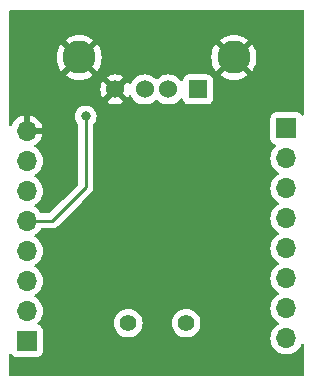
<source format=gbr>
%TF.GenerationSoftware,KiCad,Pcbnew,7.0.7*%
%TF.CreationDate,2024-04-10T23:56:20-07:00*%
%TF.ProjectId,USBTTL,55534254-544c-42e6-9b69-6361645f7063,rev?*%
%TF.SameCoordinates,Original*%
%TF.FileFunction,Copper,L2,Bot*%
%TF.FilePolarity,Positive*%
%FSLAX46Y46*%
G04 Gerber Fmt 4.6, Leading zero omitted, Abs format (unit mm)*
G04 Created by KiCad (PCBNEW 7.0.7) date 2024-04-10 23:56:20*
%MOMM*%
%LPD*%
G01*
G04 APERTURE LIST*
%TA.AperFunction,ComponentPad*%
%ADD10C,1.400000*%
%TD*%
%TA.AperFunction,ComponentPad*%
%ADD11R,1.700000X1.700000*%
%TD*%
%TA.AperFunction,ComponentPad*%
%ADD12O,1.700000X1.700000*%
%TD*%
%TA.AperFunction,ComponentPad*%
%ADD13R,1.524000X1.524000*%
%TD*%
%TA.AperFunction,ComponentPad*%
%ADD14C,1.524000*%
%TD*%
%TA.AperFunction,ComponentPad*%
%ADD15C,2.800000*%
%TD*%
%TA.AperFunction,ViaPad*%
%ADD16C,0.800000*%
%TD*%
%TA.AperFunction,Conductor*%
%ADD17C,0.250000*%
%TD*%
G04 APERTURE END LIST*
D10*
%TO.P,Y1,1,1*%
%TO.N,/Xi*%
X72500000Y-59500000D03*
%TO.P,Y1,2,2*%
%TO.N,/Xo*%
X67600000Y-59500000D03*
%TD*%
D11*
%TO.P,J1,1,Pin_1*%
%TO.N,/Xo*%
X59000000Y-61000000D03*
D12*
%TO.P,J1,2,Pin_2*%
%TO.N,/Xi*%
X59000000Y-58460000D03*
%TO.P,J1,3,Pin_3*%
%TO.N,/D-*%
X59000000Y-55920000D03*
%TO.P,J1,4,Pin_4*%
%TO.N,/D+*%
X59000000Y-53380000D03*
%TO.P,J1,5,Pin_5*%
%TO.N,/V3*%
X59000000Y-50840000D03*
%TO.P,J1,6,Pin_6*%
%TO.N,/Rx*%
X59000000Y-48300000D03*
%TO.P,J1,7,Pin_7*%
%TO.N,/Tx*%
X59000000Y-45760000D03*
%TO.P,J1,8,Pin_8*%
%TO.N,GND*%
X59000000Y-43220000D03*
%TD*%
D11*
%TO.P,J2,1,Pin_1*%
%TO.N,/VCC*%
X81000000Y-43000000D03*
D12*
%TO.P,J2,2,Pin_2*%
%TO.N,/R232*%
X81000000Y-45540000D03*
%TO.P,J2,3,Pin_3*%
%TO.N,/RTS*%
X81000000Y-48080000D03*
%TO.P,J2,4,Pin_4*%
%TO.N,/DTR*%
X81000000Y-50620000D03*
%TO.P,J2,5,Pin_5*%
%TO.N,/DCD*%
X81000000Y-53160000D03*
%TO.P,J2,6,Pin_6*%
%TO.N,/RI*%
X81000000Y-55700000D03*
%TO.P,J2,7,Pin_7*%
%TO.N,/DSR*%
X81000000Y-58240000D03*
%TO.P,J2,8,Pin_8*%
%TO.N,/CTS*%
X81000000Y-60780000D03*
%TD*%
D13*
%TO.P,USB1,1,VCC*%
%TO.N,/VCC*%
X73500000Y-39715000D03*
D14*
%TO.P,USB1,2,D-*%
%TO.N,/Data-*%
X71000000Y-39715000D03*
%TO.P,USB1,3,D+*%
%TO.N,/Data+*%
X69000000Y-39715000D03*
%TO.P,USB1,4,GND*%
%TO.N,GND*%
X66500000Y-39715000D03*
D15*
%TO.P,USB1,5,Shield*%
X63450000Y-37005000D03*
%TO.P,USB1,6,Shield*%
X76550000Y-37005000D03*
%TD*%
D16*
%TO.N,/V3*%
X64000000Y-42000000D03*
%TO.N,GND*%
X61500000Y-61500000D03*
X66500000Y-44000000D03*
X78500000Y-60500000D03*
%TD*%
D17*
%TO.N,/V3*%
X64000000Y-48000000D02*
X64000000Y-42000000D01*
X62500000Y-49500000D02*
X64000000Y-48000000D01*
X59000000Y-50840000D02*
X61160000Y-50840000D01*
X61160000Y-50840000D02*
X62500000Y-49500000D01*
%TD*%
%TA.AperFunction,Conductor*%
%TO.N,GND*%
G36*
X82443039Y-33019685D02*
G01*
X82488794Y-33072489D01*
X82500000Y-33124000D01*
X82500000Y-41797216D01*
X82480315Y-41864255D01*
X82427511Y-41910010D01*
X82358353Y-41919954D01*
X82294797Y-41890929D01*
X82276734Y-41871527D01*
X82213262Y-41786741D01*
X82213263Y-41786741D01*
X82213261Y-41786739D01*
X82096204Y-41699111D01*
X81959203Y-41648011D01*
X81898654Y-41641500D01*
X81898638Y-41641500D01*
X80101362Y-41641500D01*
X80101345Y-41641500D01*
X80040797Y-41648011D01*
X80040795Y-41648011D01*
X79903795Y-41699111D01*
X79786739Y-41786739D01*
X79699111Y-41903795D01*
X79648011Y-42040795D01*
X79648011Y-42040797D01*
X79641500Y-42101345D01*
X79641500Y-43898654D01*
X79648011Y-43959202D01*
X79648011Y-43959204D01*
X79693670Y-44081617D01*
X79699111Y-44096204D01*
X79786739Y-44213261D01*
X79903796Y-44300889D01*
X79955737Y-44320262D01*
X80021595Y-44344827D01*
X80077528Y-44386699D01*
X80101944Y-44452163D01*
X80087092Y-44520436D01*
X80069490Y-44544991D01*
X79924279Y-44702730D01*
X79924276Y-44702734D01*
X79801140Y-44891207D01*
X79710703Y-45097385D01*
X79655436Y-45315628D01*
X79655434Y-45315640D01*
X79636844Y-45539994D01*
X79636844Y-45540005D01*
X79655434Y-45764359D01*
X79655436Y-45764371D01*
X79710703Y-45982614D01*
X79801140Y-46188792D01*
X79924276Y-46377265D01*
X79924284Y-46377276D01*
X80076756Y-46542902D01*
X80076760Y-46542906D01*
X80254424Y-46681189D01*
X80254429Y-46681191D01*
X80254431Y-46681193D01*
X80290930Y-46700946D01*
X80340520Y-46750165D01*
X80355628Y-46818382D01*
X80331457Y-46883937D01*
X80290930Y-46919054D01*
X80254431Y-46938806D01*
X80254422Y-46938812D01*
X80076761Y-47077092D01*
X80076756Y-47077097D01*
X79924284Y-47242723D01*
X79924276Y-47242734D01*
X79801140Y-47431207D01*
X79710703Y-47637385D01*
X79655436Y-47855628D01*
X79655434Y-47855640D01*
X79636844Y-48079994D01*
X79636844Y-48080005D01*
X79655434Y-48304359D01*
X79655436Y-48304371D01*
X79710703Y-48522614D01*
X79801140Y-48728792D01*
X79924276Y-48917265D01*
X79924284Y-48917276D01*
X80050191Y-49054045D01*
X80076760Y-49082906D01*
X80254424Y-49221189D01*
X80254429Y-49221191D01*
X80254431Y-49221193D01*
X80290930Y-49240946D01*
X80340520Y-49290165D01*
X80355628Y-49358382D01*
X80331457Y-49423937D01*
X80290930Y-49459054D01*
X80254431Y-49478806D01*
X80254422Y-49478812D01*
X80076761Y-49617092D01*
X80076756Y-49617097D01*
X79924284Y-49782723D01*
X79924276Y-49782734D01*
X79801140Y-49971207D01*
X79710703Y-50177385D01*
X79655436Y-50395628D01*
X79655434Y-50395640D01*
X79636844Y-50619994D01*
X79636844Y-50620005D01*
X79655434Y-50844359D01*
X79655436Y-50844371D01*
X79710703Y-51062614D01*
X79801140Y-51268792D01*
X79924276Y-51457265D01*
X79924284Y-51457276D01*
X80076756Y-51622902D01*
X80076760Y-51622906D01*
X80254424Y-51761189D01*
X80254429Y-51761191D01*
X80254431Y-51761193D01*
X80290930Y-51780946D01*
X80340520Y-51830165D01*
X80355628Y-51898382D01*
X80331457Y-51963937D01*
X80290930Y-51999054D01*
X80254431Y-52018806D01*
X80254422Y-52018812D01*
X80076761Y-52157092D01*
X80076756Y-52157097D01*
X79924284Y-52322723D01*
X79924276Y-52322734D01*
X79801140Y-52511207D01*
X79710703Y-52717385D01*
X79655436Y-52935628D01*
X79655434Y-52935640D01*
X79636844Y-53159994D01*
X79636844Y-53160005D01*
X79655434Y-53384359D01*
X79655436Y-53384371D01*
X79710703Y-53602614D01*
X79801140Y-53808792D01*
X79924276Y-53997265D01*
X79924284Y-53997276D01*
X80076756Y-54162902D01*
X80076760Y-54162906D01*
X80254424Y-54301189D01*
X80254429Y-54301191D01*
X80254431Y-54301193D01*
X80290930Y-54320946D01*
X80340520Y-54370165D01*
X80355628Y-54438382D01*
X80331457Y-54503937D01*
X80290930Y-54539054D01*
X80254431Y-54558806D01*
X80254422Y-54558812D01*
X80076761Y-54697092D01*
X80076756Y-54697097D01*
X79924284Y-54862723D01*
X79924276Y-54862734D01*
X79801140Y-55051207D01*
X79710703Y-55257385D01*
X79655436Y-55475628D01*
X79655434Y-55475640D01*
X79636844Y-55699994D01*
X79636844Y-55700005D01*
X79655434Y-55924359D01*
X79655436Y-55924371D01*
X79710703Y-56142614D01*
X79801140Y-56348792D01*
X79924276Y-56537265D01*
X79924284Y-56537276D01*
X80076756Y-56702902D01*
X80076760Y-56702906D01*
X80254424Y-56841189D01*
X80254429Y-56841191D01*
X80254431Y-56841193D01*
X80290930Y-56860946D01*
X80340520Y-56910165D01*
X80355628Y-56978382D01*
X80331457Y-57043937D01*
X80290930Y-57079054D01*
X80254431Y-57098806D01*
X80254422Y-57098812D01*
X80076761Y-57237092D01*
X80076756Y-57237097D01*
X79924284Y-57402723D01*
X79924276Y-57402734D01*
X79801140Y-57591207D01*
X79710703Y-57797385D01*
X79655436Y-58015628D01*
X79655434Y-58015640D01*
X79636844Y-58239994D01*
X79636844Y-58240005D01*
X79655434Y-58464359D01*
X79655436Y-58464371D01*
X79710703Y-58682614D01*
X79801140Y-58888792D01*
X79924276Y-59077265D01*
X79924284Y-59077276D01*
X80076756Y-59242902D01*
X80076760Y-59242906D01*
X80254424Y-59381189D01*
X80254429Y-59381191D01*
X80254431Y-59381193D01*
X80290930Y-59400946D01*
X80340520Y-59450165D01*
X80355628Y-59518382D01*
X80331457Y-59583937D01*
X80290930Y-59619054D01*
X80254431Y-59638806D01*
X80254422Y-59638812D01*
X80076761Y-59777092D01*
X80076756Y-59777097D01*
X79924284Y-59942723D01*
X79924276Y-59942734D01*
X79801140Y-60131207D01*
X79710703Y-60337385D01*
X79655436Y-60555628D01*
X79655434Y-60555640D01*
X79636844Y-60779994D01*
X79636844Y-60780005D01*
X79655434Y-61004359D01*
X79655436Y-61004371D01*
X79710703Y-61222614D01*
X79801140Y-61428792D01*
X79924276Y-61617265D01*
X79924284Y-61617276D01*
X80076756Y-61782902D01*
X80076760Y-61782906D01*
X80254424Y-61921189D01*
X80254425Y-61921189D01*
X80254427Y-61921191D01*
X80381135Y-61989761D01*
X80452426Y-62028342D01*
X80665365Y-62101444D01*
X80887431Y-62138500D01*
X81112569Y-62138500D01*
X81334635Y-62101444D01*
X81547574Y-62028342D01*
X81745576Y-61921189D01*
X81923240Y-61782906D01*
X82075722Y-61617268D01*
X82198860Y-61428791D01*
X82262443Y-61283833D01*
X82307399Y-61230346D01*
X82374135Y-61209656D01*
X82441463Y-61228330D01*
X82488007Y-61280440D01*
X82500000Y-61333642D01*
X82500000Y-63876000D01*
X82480315Y-63943039D01*
X82427511Y-63988794D01*
X82376000Y-64000000D01*
X57624000Y-64000000D01*
X57556961Y-63980315D01*
X57511206Y-63927511D01*
X57500000Y-63876000D01*
X57500000Y-62202783D01*
X57519685Y-62135744D01*
X57572489Y-62089989D01*
X57641647Y-62080045D01*
X57705203Y-62109070D01*
X57723264Y-62128469D01*
X57786739Y-62213261D01*
X57903796Y-62300889D01*
X58040799Y-62351989D01*
X58068050Y-62354918D01*
X58101345Y-62358499D01*
X58101362Y-62358500D01*
X59898638Y-62358500D01*
X59898654Y-62358499D01*
X59925692Y-62355591D01*
X59959201Y-62351989D01*
X60096204Y-62300889D01*
X60213261Y-62213261D01*
X60300889Y-62096204D01*
X60351989Y-61959201D01*
X60356076Y-61921187D01*
X60358499Y-61898654D01*
X60358500Y-61898637D01*
X60358500Y-60101362D01*
X60358499Y-60101345D01*
X60355157Y-60070270D01*
X60351989Y-60040799D01*
X60300889Y-59903796D01*
X60213261Y-59786739D01*
X60096204Y-59699111D01*
X60096204Y-59699110D01*
X59978404Y-59655172D01*
X59922471Y-59613300D01*
X59898055Y-59547835D01*
X59908461Y-59500001D01*
X66386884Y-59500001D01*
X66405313Y-59710649D01*
X66405315Y-59710660D01*
X66460041Y-59914902D01*
X66460043Y-59914906D01*
X66460044Y-59914910D01*
X66473018Y-59942732D01*
X66549410Y-60106556D01*
X66549411Y-60106558D01*
X66670700Y-60279778D01*
X66820221Y-60429299D01*
X66820224Y-60429301D01*
X66993442Y-60550589D01*
X67185090Y-60639956D01*
X67389345Y-60694686D01*
X67539812Y-60707850D01*
X67599998Y-60713116D01*
X67600000Y-60713116D01*
X67600002Y-60713116D01*
X67652663Y-60708508D01*
X67810655Y-60694686D01*
X68014910Y-60639956D01*
X68206558Y-60550589D01*
X68379776Y-60429301D01*
X68529301Y-60279776D01*
X68650589Y-60106558D01*
X68739956Y-59914910D01*
X68794686Y-59710655D01*
X68813116Y-59500001D01*
X71286884Y-59500001D01*
X71305313Y-59710649D01*
X71305315Y-59710660D01*
X71360041Y-59914902D01*
X71360043Y-59914906D01*
X71360044Y-59914910D01*
X71373018Y-59942732D01*
X71449410Y-60106556D01*
X71449411Y-60106558D01*
X71570700Y-60279778D01*
X71720221Y-60429299D01*
X71720224Y-60429301D01*
X71893442Y-60550589D01*
X72085090Y-60639956D01*
X72289345Y-60694686D01*
X72439812Y-60707850D01*
X72499998Y-60713116D01*
X72500000Y-60713116D01*
X72500002Y-60713116D01*
X72552663Y-60708508D01*
X72710655Y-60694686D01*
X72914910Y-60639956D01*
X73106558Y-60550589D01*
X73279776Y-60429301D01*
X73429301Y-60279776D01*
X73550589Y-60106558D01*
X73639956Y-59914910D01*
X73694686Y-59710655D01*
X73713116Y-59500000D01*
X73694686Y-59289345D01*
X73639956Y-59085090D01*
X73550589Y-58893442D01*
X73429301Y-58720224D01*
X73429299Y-58720221D01*
X73279778Y-58570700D01*
X73106558Y-58449411D01*
X73106556Y-58449410D01*
X73085071Y-58439391D01*
X72914910Y-58360044D01*
X72914906Y-58360043D01*
X72914902Y-58360041D01*
X72710660Y-58305315D01*
X72710656Y-58305314D01*
X72710655Y-58305314D01*
X72710654Y-58305313D01*
X72710649Y-58305313D01*
X72500002Y-58286884D01*
X72499998Y-58286884D01*
X72289350Y-58305313D01*
X72289339Y-58305315D01*
X72085097Y-58360041D01*
X72085088Y-58360045D01*
X71893443Y-58449410D01*
X71893441Y-58449411D01*
X71720221Y-58570700D01*
X71570700Y-58720221D01*
X71449411Y-58893441D01*
X71449410Y-58893443D01*
X71416587Y-58963833D01*
X71363692Y-59077268D01*
X71360045Y-59085088D01*
X71360041Y-59085097D01*
X71305315Y-59289339D01*
X71305313Y-59289350D01*
X71286884Y-59499998D01*
X71286884Y-59500001D01*
X68813116Y-59500001D01*
X68813116Y-59500000D01*
X68794686Y-59289345D01*
X68739956Y-59085090D01*
X68650589Y-58893442D01*
X68529301Y-58720224D01*
X68529299Y-58720221D01*
X68379778Y-58570700D01*
X68206558Y-58449411D01*
X68206556Y-58449410D01*
X68185071Y-58439391D01*
X68014910Y-58360044D01*
X68014906Y-58360043D01*
X68014902Y-58360041D01*
X67810660Y-58305315D01*
X67810656Y-58305314D01*
X67810655Y-58305314D01*
X67810654Y-58305313D01*
X67810649Y-58305313D01*
X67600002Y-58286884D01*
X67599998Y-58286884D01*
X67389350Y-58305313D01*
X67389339Y-58305315D01*
X67185097Y-58360041D01*
X67185088Y-58360045D01*
X66993443Y-58449410D01*
X66993441Y-58449411D01*
X66820221Y-58570700D01*
X66670700Y-58720221D01*
X66549411Y-58893441D01*
X66549410Y-58893443D01*
X66516587Y-58963833D01*
X66463692Y-59077268D01*
X66460045Y-59085088D01*
X66460041Y-59085097D01*
X66405315Y-59289339D01*
X66405313Y-59289350D01*
X66386884Y-59499998D01*
X66386884Y-59500001D01*
X59908461Y-59500001D01*
X59912908Y-59479562D01*
X59930504Y-59455014D01*
X60075722Y-59297268D01*
X60198860Y-59108791D01*
X60289296Y-58902616D01*
X60344564Y-58684368D01*
X60344709Y-58682616D01*
X60363156Y-58460005D01*
X60363156Y-58459994D01*
X60344565Y-58235640D01*
X60344563Y-58235628D01*
X60341876Y-58225018D01*
X60289296Y-58017384D01*
X60198860Y-57811209D01*
X60189828Y-57797385D01*
X60075723Y-57622734D01*
X60075715Y-57622723D01*
X59923243Y-57457097D01*
X59923238Y-57457092D01*
X59745577Y-57318812D01*
X59745578Y-57318812D01*
X59745576Y-57318811D01*
X59709070Y-57299055D01*
X59659479Y-57249836D01*
X59644371Y-57181619D01*
X59668541Y-57116064D01*
X59709070Y-57080945D01*
X59712564Y-57079054D01*
X59745576Y-57061189D01*
X59923240Y-56922906D01*
X60075722Y-56757268D01*
X60198860Y-56568791D01*
X60289296Y-56362616D01*
X60344564Y-56144368D01*
X60344709Y-56142616D01*
X60363156Y-55920005D01*
X60363156Y-55919994D01*
X60344565Y-55695640D01*
X60344563Y-55695628D01*
X60341876Y-55685018D01*
X60289296Y-55477384D01*
X60198860Y-55271209D01*
X60189828Y-55257385D01*
X60075723Y-55082734D01*
X60075715Y-55082723D01*
X59923243Y-54917097D01*
X59923238Y-54917092D01*
X59745577Y-54778812D01*
X59745578Y-54778812D01*
X59745576Y-54778811D01*
X59709070Y-54759055D01*
X59659479Y-54709836D01*
X59644371Y-54641619D01*
X59668541Y-54576064D01*
X59709070Y-54540945D01*
X59712564Y-54539054D01*
X59745576Y-54521189D01*
X59923240Y-54382906D01*
X60075722Y-54217268D01*
X60198860Y-54028791D01*
X60289296Y-53822616D01*
X60344564Y-53604368D01*
X60344709Y-53602616D01*
X60363156Y-53380005D01*
X60363156Y-53379994D01*
X60344565Y-53155640D01*
X60344563Y-53155628D01*
X60341876Y-53145018D01*
X60289296Y-52937384D01*
X60198860Y-52731209D01*
X60189828Y-52717385D01*
X60075723Y-52542734D01*
X60075715Y-52542723D01*
X59923243Y-52377097D01*
X59923238Y-52377092D01*
X59745577Y-52238812D01*
X59745578Y-52238812D01*
X59745576Y-52238811D01*
X59709070Y-52219055D01*
X59659479Y-52169836D01*
X59644371Y-52101619D01*
X59668541Y-52036064D01*
X59709070Y-52000945D01*
X59712564Y-51999054D01*
X59745576Y-51981189D01*
X59923240Y-51842906D01*
X60075722Y-51677268D01*
X60129123Y-51595531D01*
X60172148Y-51529678D01*
X60225294Y-51484321D01*
X60275956Y-51473500D01*
X61076366Y-51473500D01*
X61092113Y-51475238D01*
X61092139Y-51474968D01*
X61099905Y-51475701D01*
X61099909Y-51475702D01*
X61169958Y-51473500D01*
X61199856Y-51473500D01*
X61199857Y-51473500D01*
X61201222Y-51473327D01*
X61206862Y-51472614D01*
X61212685Y-51472156D01*
X61238708Y-51471338D01*
X61259890Y-51470673D01*
X61269681Y-51467827D01*
X61279481Y-51464980D01*
X61298538Y-51461032D01*
X61318797Y-51458474D01*
X61362721Y-51441082D01*
X61368221Y-51439199D01*
X61413593Y-51426018D01*
X61431165Y-51415625D01*
X61448632Y-51407068D01*
X61467617Y-51399552D01*
X61505826Y-51371790D01*
X61510704Y-51368585D01*
X61551362Y-51344542D01*
X61565802Y-51330100D01*
X61580592Y-51317470D01*
X61597107Y-51305472D01*
X61627222Y-51269067D01*
X61631126Y-51264776D01*
X62976134Y-49919770D01*
X62976133Y-49919769D01*
X63012440Y-49883464D01*
X63012453Y-49883449D01*
X63674715Y-49221187D01*
X64388814Y-48507088D01*
X64401180Y-48497183D01*
X64401006Y-48496973D01*
X64407012Y-48492003D01*
X64407018Y-48492000D01*
X64454999Y-48440904D01*
X64476134Y-48419770D01*
X64480463Y-48414187D01*
X64484242Y-48409763D01*
X64516586Y-48375321D01*
X64526423Y-48357424D01*
X64537097Y-48341174D01*
X64549613Y-48325041D01*
X64568372Y-48281689D01*
X64570933Y-48276462D01*
X64593695Y-48235060D01*
X64598774Y-48215274D01*
X64605072Y-48196882D01*
X64613181Y-48178145D01*
X64620568Y-48131501D01*
X64621750Y-48125790D01*
X64633500Y-48080030D01*
X64633499Y-48059612D01*
X64635027Y-48040209D01*
X64638218Y-48020062D01*
X64638219Y-48020058D01*
X64633775Y-47973041D01*
X64633500Y-47967204D01*
X64633500Y-42701756D01*
X64653185Y-42634717D01*
X64665346Y-42618788D01*
X64739040Y-42536944D01*
X64834527Y-42371556D01*
X64893542Y-42189928D01*
X64913504Y-42000000D01*
X64893542Y-41810072D01*
X64834527Y-41628444D01*
X64739040Y-41463056D01*
X64611253Y-41321134D01*
X64456752Y-41208882D01*
X64282288Y-41131206D01*
X64282286Y-41131205D01*
X64095487Y-41091500D01*
X63904513Y-41091500D01*
X63717714Y-41131205D01*
X63543246Y-41208883D01*
X63388745Y-41321135D01*
X63260959Y-41463057D01*
X63165473Y-41628443D01*
X63165470Y-41628450D01*
X63110635Y-41797216D01*
X63106458Y-41810072D01*
X63086496Y-42000000D01*
X63106458Y-42189928D01*
X63106459Y-42189931D01*
X63165470Y-42371549D01*
X63165473Y-42371556D01*
X63260960Y-42536944D01*
X63324667Y-42607698D01*
X63334649Y-42618784D01*
X63364879Y-42681775D01*
X63366499Y-42701756D01*
X63366499Y-47686232D01*
X63346814Y-47753271D01*
X63330180Y-47773913D01*
X62050053Y-49054039D01*
X62050049Y-49054045D01*
X60933914Y-50170181D01*
X60872591Y-50203666D01*
X60846233Y-50206500D01*
X60275956Y-50206500D01*
X60208917Y-50186815D01*
X60172148Y-50150322D01*
X60075723Y-50002734D01*
X60075715Y-50002723D01*
X59923243Y-49837097D01*
X59923238Y-49837092D01*
X59745577Y-49698812D01*
X59745578Y-49698812D01*
X59745576Y-49698811D01*
X59709070Y-49679055D01*
X59659479Y-49629836D01*
X59644371Y-49561619D01*
X59668541Y-49496064D01*
X59709070Y-49460945D01*
X59712564Y-49459054D01*
X59745576Y-49441189D01*
X59923240Y-49302906D01*
X60075722Y-49137268D01*
X60198860Y-48948791D01*
X60289296Y-48742616D01*
X60344564Y-48524368D01*
X60344709Y-48522616D01*
X60363156Y-48300005D01*
X60363156Y-48299994D01*
X60344565Y-48075640D01*
X60344563Y-48075628D01*
X60317106Y-47967204D01*
X60289296Y-47857384D01*
X60198860Y-47651209D01*
X60189828Y-47637385D01*
X60075723Y-47462734D01*
X60075715Y-47462723D01*
X59923243Y-47297097D01*
X59923238Y-47297092D01*
X59745577Y-47158812D01*
X59745578Y-47158812D01*
X59745576Y-47158811D01*
X59709070Y-47139055D01*
X59659479Y-47089836D01*
X59644371Y-47021619D01*
X59668541Y-46956064D01*
X59709070Y-46920945D01*
X59712564Y-46919054D01*
X59745576Y-46901189D01*
X59923240Y-46762906D01*
X60075722Y-46597268D01*
X60198860Y-46408791D01*
X60289296Y-46202616D01*
X60344564Y-45984368D01*
X60344709Y-45982616D01*
X60363156Y-45760005D01*
X60363156Y-45759994D01*
X60344565Y-45535640D01*
X60344563Y-45535628D01*
X60341876Y-45525018D01*
X60289296Y-45317384D01*
X60198860Y-45111209D01*
X60189828Y-45097385D01*
X60075723Y-44922734D01*
X60075715Y-44922723D01*
X59923243Y-44757097D01*
X59923238Y-44757092D01*
X59745577Y-44618812D01*
X59745577Y-44618811D01*
X59702303Y-44595393D01*
X59652713Y-44546173D01*
X59637605Y-44477957D01*
X59661775Y-44412401D01*
X59690198Y-44384763D01*
X59871079Y-44258108D01*
X60038105Y-44091082D01*
X60173600Y-43897578D01*
X60273429Y-43683492D01*
X60273432Y-43683486D01*
X60330636Y-43470000D01*
X59613347Y-43470000D01*
X59546308Y-43450315D01*
X59500553Y-43397511D01*
X59490609Y-43328353D01*
X59494369Y-43311067D01*
X59500000Y-43291888D01*
X59500000Y-43148111D01*
X59494369Y-43128933D01*
X59494370Y-43059064D01*
X59532145Y-43000286D01*
X59595701Y-42971262D01*
X59613347Y-42970000D01*
X60330636Y-42970000D01*
X60330635Y-42969999D01*
X60273432Y-42756513D01*
X60273429Y-42756507D01*
X60173600Y-42542422D01*
X60173599Y-42542420D01*
X60038113Y-42348926D01*
X60038108Y-42348920D01*
X59871082Y-42181894D01*
X59677578Y-42046399D01*
X59463492Y-41946570D01*
X59463486Y-41946567D01*
X59249999Y-41889364D01*
X59249999Y-42607698D01*
X59230314Y-42674737D01*
X59177510Y-42720492D01*
X59108353Y-42730436D01*
X59035764Y-42720000D01*
X59035763Y-42720000D01*
X58964237Y-42720000D01*
X58964233Y-42720000D01*
X58891645Y-42730436D01*
X58822487Y-42720492D01*
X58769684Y-42674736D01*
X58750000Y-42607698D01*
X58750000Y-41889364D01*
X58749999Y-41889364D01*
X58536513Y-41946567D01*
X58536507Y-41946570D01*
X58322422Y-42046399D01*
X58322420Y-42046400D01*
X58128926Y-42181886D01*
X58128920Y-42181891D01*
X57961891Y-42348920D01*
X57961886Y-42348926D01*
X57826400Y-42542420D01*
X57826399Y-42542422D01*
X57736382Y-42735465D01*
X57690210Y-42787904D01*
X57623016Y-42807056D01*
X57556135Y-42786840D01*
X57510800Y-42733675D01*
X57500000Y-42683060D01*
X57500000Y-39715000D01*
X65233179Y-39715000D01*
X65252424Y-39934976D01*
X65252426Y-39934986D01*
X65309575Y-40148270D01*
X65309580Y-40148284D01*
X65402899Y-40348407D01*
X65402900Y-40348409D01*
X65448258Y-40413187D01*
X65917697Y-39943748D01*
X65979020Y-39910263D01*
X66048711Y-39915247D01*
X66102325Y-39954116D01*
X66142940Y-40005045D01*
X66183586Y-40056013D01*
X66255526Y-40105061D01*
X66299828Y-40159089D01*
X66307888Y-40228492D01*
X66277145Y-40291235D01*
X66273356Y-40295195D01*
X65801811Y-40766740D01*
X65801811Y-40766741D01*
X65866582Y-40812094D01*
X65866592Y-40812100D01*
X66066715Y-40905419D01*
X66066729Y-40905424D01*
X66280013Y-40962573D01*
X66280023Y-40962575D01*
X66499999Y-40981821D01*
X66500001Y-40981821D01*
X66719976Y-40962575D01*
X66719986Y-40962573D01*
X66933270Y-40905424D01*
X66933284Y-40905419D01*
X67133408Y-40812100D01*
X67133420Y-40812093D01*
X67198186Y-40766742D01*
X67198187Y-40766741D01*
X66729548Y-40298102D01*
X66696063Y-40236779D01*
X66701047Y-40167087D01*
X66742919Y-40111154D01*
X66759750Y-40100933D01*
X66762051Y-40099365D01*
X66762052Y-40099363D01*
X66762054Y-40099363D01*
X66863705Y-40005045D01*
X66885353Y-39967548D01*
X66935918Y-39919334D01*
X67004525Y-39906110D01*
X67069390Y-39932077D01*
X67080421Y-39941868D01*
X67551740Y-40413187D01*
X67551742Y-40413186D01*
X67597093Y-40348420D01*
X67597097Y-40348413D01*
X67632927Y-40271575D01*
X67679099Y-40219135D01*
X67746292Y-40199982D01*
X67813174Y-40220197D01*
X67857692Y-40271572D01*
X67866861Y-40291235D01*
X67895512Y-40352677D01*
X68023023Y-40534781D01*
X68180219Y-40691977D01*
X68362323Y-40819488D01*
X68563804Y-40913440D01*
X68778537Y-40970978D01*
X68936724Y-40984817D01*
X68999998Y-40990353D01*
X69000000Y-40990353D01*
X69000002Y-40990353D01*
X69055483Y-40985499D01*
X69221463Y-40970978D01*
X69436196Y-40913440D01*
X69637677Y-40819488D01*
X69819781Y-40691977D01*
X69912319Y-40599438D01*
X69973642Y-40565954D01*
X70043334Y-40570938D01*
X70087681Y-40599439D01*
X70180219Y-40691977D01*
X70362323Y-40819488D01*
X70563804Y-40913440D01*
X70778537Y-40970978D01*
X70936724Y-40984817D01*
X70999998Y-40990353D01*
X71000000Y-40990353D01*
X71000002Y-40990353D01*
X71055483Y-40985499D01*
X71221463Y-40970978D01*
X71436196Y-40913440D01*
X71637677Y-40819488D01*
X71819781Y-40691977D01*
X71976977Y-40534781D01*
X72007201Y-40491615D01*
X72061775Y-40447993D01*
X72131274Y-40440799D01*
X72193629Y-40472321D01*
X72229043Y-40532551D01*
X72232063Y-40549484D01*
X72236011Y-40586202D01*
X72236011Y-40586204D01*
X72275462Y-40691972D01*
X72287111Y-40723204D01*
X72374739Y-40840261D01*
X72491796Y-40927889D01*
X72628799Y-40978989D01*
X72655141Y-40981821D01*
X72689345Y-40985499D01*
X72689362Y-40985500D01*
X74310638Y-40985500D01*
X74310654Y-40985499D01*
X74337692Y-40982591D01*
X74371201Y-40978989D01*
X74508204Y-40927889D01*
X74625261Y-40840261D01*
X74712889Y-40723204D01*
X74763989Y-40586201D01*
X74769517Y-40534783D01*
X74770499Y-40525654D01*
X74770500Y-40525637D01*
X74770500Y-38904362D01*
X74770499Y-38904345D01*
X74767157Y-38873270D01*
X74763989Y-38843799D01*
X74759051Y-38830561D01*
X74741522Y-38783564D01*
X74712889Y-38706796D01*
X74625261Y-38589739D01*
X74508204Y-38502111D01*
X74371203Y-38451011D01*
X74310654Y-38444500D01*
X74310638Y-38444500D01*
X72689362Y-38444500D01*
X72689345Y-38444500D01*
X72628797Y-38451011D01*
X72628795Y-38451011D01*
X72491795Y-38502111D01*
X72374739Y-38589739D01*
X72287111Y-38706795D01*
X72236011Y-38843795D01*
X72236011Y-38843797D01*
X72232063Y-38880514D01*
X72205324Y-38945065D01*
X72147931Y-38984912D01*
X72078106Y-38987405D01*
X72018018Y-38951751D01*
X72007199Y-38938380D01*
X71976978Y-38895220D01*
X71912318Y-38830560D01*
X71819781Y-38738023D01*
X71679677Y-38639921D01*
X71637676Y-38610511D01*
X71536936Y-38563536D01*
X71436196Y-38516560D01*
X71436193Y-38516559D01*
X71436191Y-38516558D01*
X71221465Y-38459022D01*
X71221457Y-38459021D01*
X71000002Y-38439647D01*
X70999998Y-38439647D01*
X70778542Y-38459021D01*
X70778535Y-38459022D01*
X70563800Y-38516561D01*
X70362323Y-38610512D01*
X70362319Y-38610514D01*
X70180220Y-38738021D01*
X70087680Y-38830561D01*
X70026356Y-38864045D01*
X69956665Y-38859061D01*
X69912318Y-38830560D01*
X69819785Y-38738027D01*
X69819781Y-38738023D01*
X69674097Y-38636014D01*
X69637676Y-38610511D01*
X69536936Y-38563536D01*
X69436196Y-38516560D01*
X69436193Y-38516559D01*
X69436191Y-38516558D01*
X69221465Y-38459022D01*
X69221457Y-38459021D01*
X69000002Y-38439647D01*
X68999998Y-38439647D01*
X68778542Y-38459021D01*
X68778535Y-38459022D01*
X68563800Y-38516561D01*
X68362323Y-38610512D01*
X68362319Y-38610514D01*
X68180217Y-38738023D01*
X68023023Y-38895217D01*
X67895514Y-39077319D01*
X67895509Y-39077329D01*
X67857691Y-39158428D01*
X67811518Y-39210867D01*
X67744325Y-39230018D01*
X67677444Y-39209801D01*
X67632928Y-39158426D01*
X67597100Y-39081593D01*
X67597099Y-39081591D01*
X67551740Y-39016811D01*
X67082301Y-39486250D01*
X67020978Y-39519735D01*
X66951286Y-39514751D01*
X66897673Y-39475882D01*
X66857064Y-39424961D01*
X66816414Y-39373987D01*
X66744469Y-39324936D01*
X66700169Y-39270909D01*
X66692110Y-39201505D01*
X66722853Y-39138763D01*
X66726642Y-39134803D01*
X67198187Y-38663258D01*
X67133409Y-38617900D01*
X67133407Y-38617899D01*
X66933284Y-38524580D01*
X66933270Y-38524575D01*
X66719986Y-38467426D01*
X66719976Y-38467424D01*
X66500001Y-38448179D01*
X66499999Y-38448179D01*
X66280023Y-38467424D01*
X66280013Y-38467426D01*
X66066729Y-38524575D01*
X66066720Y-38524579D01*
X65866586Y-38617903D01*
X65801812Y-38663257D01*
X65801812Y-38663258D01*
X66270451Y-39131897D01*
X66303936Y-39193220D01*
X66298952Y-39262912D01*
X66257080Y-39318845D01*
X66240254Y-39329063D01*
X66237948Y-39330634D01*
X66136295Y-39424955D01*
X66136290Y-39424961D01*
X66114645Y-39462451D01*
X66064078Y-39510666D01*
X65995471Y-39523888D01*
X65930606Y-39497920D01*
X65919578Y-39488131D01*
X65448258Y-39016811D01*
X65448257Y-39016812D01*
X65402903Y-39081586D01*
X65309579Y-39281720D01*
X65309575Y-39281729D01*
X65252426Y-39495013D01*
X65252424Y-39495023D01*
X65233179Y-39714999D01*
X65233179Y-39715000D01*
X57500000Y-39715000D01*
X57500000Y-37005001D01*
X61545147Y-37005001D01*
X61564536Y-37276090D01*
X61564537Y-37276097D01*
X61622305Y-37541654D01*
X61717285Y-37796306D01*
X61717287Y-37796310D01*
X61847532Y-38034835D01*
X61847537Y-38034843D01*
X61941320Y-38160124D01*
X62447837Y-37653608D01*
X62509160Y-37620123D01*
X62578852Y-37625107D01*
X62631371Y-37662624D01*
X62703944Y-37751055D01*
X62792374Y-37823627D01*
X62831708Y-37881372D01*
X62833579Y-37951217D01*
X62801390Y-38007161D01*
X62294874Y-38513677D01*
X62294874Y-38513678D01*
X62420156Y-38607462D01*
X62420164Y-38607467D01*
X62658689Y-38737712D01*
X62658693Y-38737714D01*
X62913345Y-38832694D01*
X63178902Y-38890462D01*
X63178909Y-38890463D01*
X63449999Y-38909853D01*
X63450001Y-38909853D01*
X63721090Y-38890463D01*
X63721097Y-38890462D01*
X63986654Y-38832694D01*
X64241306Y-38737714D01*
X64241310Y-38737712D01*
X64479835Y-38607467D01*
X64479843Y-38607462D01*
X64605123Y-38513678D01*
X64605124Y-38513677D01*
X64098609Y-38007162D01*
X64065124Y-37945839D01*
X64070108Y-37876147D01*
X64107625Y-37823628D01*
X64196055Y-37751055D01*
X64268628Y-37662625D01*
X64326373Y-37623291D01*
X64396218Y-37621420D01*
X64452162Y-37653609D01*
X64958677Y-38160124D01*
X64958678Y-38160123D01*
X65052462Y-38034843D01*
X65052467Y-38034835D01*
X65182712Y-37796310D01*
X65182714Y-37796306D01*
X65277694Y-37541654D01*
X65335462Y-37276097D01*
X65335463Y-37276090D01*
X65354853Y-37005001D01*
X74645147Y-37005001D01*
X74664536Y-37276090D01*
X74664537Y-37276097D01*
X74722305Y-37541654D01*
X74817285Y-37796306D01*
X74817287Y-37796310D01*
X74947532Y-38034835D01*
X74947537Y-38034843D01*
X75041320Y-38160124D01*
X75547837Y-37653608D01*
X75609160Y-37620123D01*
X75678852Y-37625107D01*
X75731371Y-37662624D01*
X75803944Y-37751055D01*
X75892374Y-37823627D01*
X75931708Y-37881372D01*
X75933579Y-37951217D01*
X75901390Y-38007161D01*
X75394874Y-38513677D01*
X75394874Y-38513678D01*
X75520156Y-38607462D01*
X75520164Y-38607467D01*
X75758689Y-38737712D01*
X75758693Y-38737714D01*
X76013345Y-38832694D01*
X76278902Y-38890462D01*
X76278909Y-38890463D01*
X76549999Y-38909853D01*
X76550001Y-38909853D01*
X76821090Y-38890463D01*
X76821097Y-38890462D01*
X77086654Y-38832694D01*
X77341306Y-38737714D01*
X77341310Y-38737712D01*
X77579835Y-38607467D01*
X77579843Y-38607462D01*
X77705123Y-38513678D01*
X77705124Y-38513677D01*
X77198609Y-38007162D01*
X77165124Y-37945839D01*
X77170108Y-37876147D01*
X77207625Y-37823628D01*
X77296055Y-37751055D01*
X77368628Y-37662625D01*
X77426373Y-37623291D01*
X77496218Y-37621420D01*
X77552162Y-37653609D01*
X78058677Y-38160124D01*
X78058678Y-38160123D01*
X78152462Y-38034843D01*
X78152467Y-38034835D01*
X78282712Y-37796310D01*
X78282714Y-37796306D01*
X78377694Y-37541654D01*
X78435462Y-37276097D01*
X78435463Y-37276090D01*
X78454853Y-37005001D01*
X78454853Y-37004998D01*
X78435463Y-36733909D01*
X78435462Y-36733902D01*
X78377694Y-36468345D01*
X78282714Y-36213693D01*
X78282712Y-36213689D01*
X78152467Y-35975164D01*
X78152462Y-35975156D01*
X78058678Y-35849874D01*
X78058677Y-35849874D01*
X77552161Y-36356390D01*
X77490838Y-36389875D01*
X77421146Y-36384891D01*
X77368627Y-36347374D01*
X77296055Y-36258944D01*
X77207624Y-36186371D01*
X77168290Y-36128626D01*
X77166419Y-36058781D01*
X77198608Y-36002837D01*
X77705124Y-35496320D01*
X77579843Y-35402537D01*
X77579835Y-35402532D01*
X77341310Y-35272287D01*
X77341306Y-35272285D01*
X77086654Y-35177305D01*
X76821097Y-35119537D01*
X76821090Y-35119536D01*
X76550001Y-35100147D01*
X76549999Y-35100147D01*
X76278909Y-35119536D01*
X76278902Y-35119537D01*
X76013345Y-35177305D01*
X75758693Y-35272285D01*
X75758689Y-35272287D01*
X75520164Y-35402532D01*
X75394874Y-35496321D01*
X75901391Y-36002838D01*
X75934876Y-36064161D01*
X75929892Y-36133853D01*
X75892375Y-36186372D01*
X75803944Y-36258944D01*
X75731372Y-36347375D01*
X75673627Y-36386709D01*
X75603782Y-36388580D01*
X75547838Y-36356391D01*
X75041321Y-35849875D01*
X74947532Y-35975164D01*
X74817287Y-36213689D01*
X74817285Y-36213693D01*
X74722305Y-36468345D01*
X74664537Y-36733902D01*
X74664536Y-36733909D01*
X74645147Y-37004998D01*
X74645147Y-37005001D01*
X65354853Y-37005001D01*
X65354853Y-37004998D01*
X65335463Y-36733909D01*
X65335462Y-36733902D01*
X65277694Y-36468345D01*
X65182714Y-36213693D01*
X65182712Y-36213689D01*
X65052467Y-35975164D01*
X65052462Y-35975156D01*
X64958678Y-35849874D01*
X64958677Y-35849874D01*
X64452161Y-36356390D01*
X64390838Y-36389875D01*
X64321146Y-36384891D01*
X64268627Y-36347374D01*
X64196055Y-36258944D01*
X64107624Y-36186371D01*
X64068290Y-36128626D01*
X64066419Y-36058781D01*
X64098608Y-36002837D01*
X64605124Y-35496320D01*
X64479843Y-35402537D01*
X64479835Y-35402532D01*
X64241310Y-35272287D01*
X64241306Y-35272285D01*
X63986654Y-35177305D01*
X63721097Y-35119537D01*
X63721090Y-35119536D01*
X63450001Y-35100147D01*
X63449999Y-35100147D01*
X63178909Y-35119536D01*
X63178902Y-35119537D01*
X62913345Y-35177305D01*
X62658693Y-35272285D01*
X62658689Y-35272287D01*
X62420164Y-35402532D01*
X62294874Y-35496321D01*
X62801391Y-36002838D01*
X62834876Y-36064161D01*
X62829892Y-36133853D01*
X62792375Y-36186372D01*
X62703944Y-36258944D01*
X62631372Y-36347375D01*
X62573627Y-36386709D01*
X62503782Y-36388580D01*
X62447838Y-36356391D01*
X61941321Y-35849875D01*
X61847532Y-35975164D01*
X61717287Y-36213689D01*
X61717285Y-36213693D01*
X61622305Y-36468345D01*
X61564537Y-36733902D01*
X61564536Y-36733909D01*
X61545147Y-37004998D01*
X61545147Y-37005001D01*
X57500000Y-37005001D01*
X57500000Y-33124000D01*
X57519685Y-33056961D01*
X57572489Y-33011206D01*
X57624000Y-33000000D01*
X82376000Y-33000000D01*
X82443039Y-33019685D01*
G37*
%TD.AperFunction*%
%TD*%
M02*

</source>
